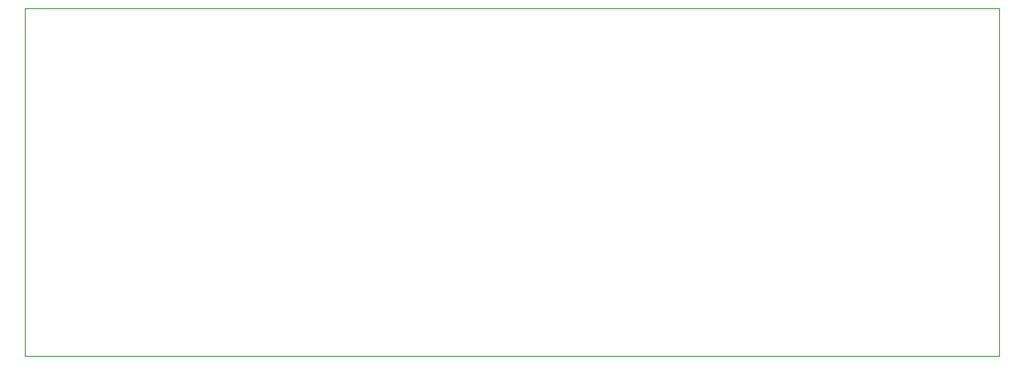
<source format=gm1>
G04 #@! TF.GenerationSoftware,KiCad,Pcbnew,(6.0.9)*
G04 #@! TF.CreationDate,2023-02-20T10:38:46+01:00*
G04 #@! TF.ProjectId,sensorboard,73656e73-6f72-4626-9f61-72642e6b6963,rev?*
G04 #@! TF.SameCoordinates,Original*
G04 #@! TF.FileFunction,Profile,NP*
%FSLAX46Y46*%
G04 Gerber Fmt 4.6, Leading zero omitted, Abs format (unit mm)*
G04 Created by KiCad (PCBNEW (6.0.9)) date 2023-02-20 10:38:46*
%MOMM*%
%LPD*%
G01*
G04 APERTURE LIST*
G04 #@! TA.AperFunction,Profile*
%ADD10C,0.050000*%
G04 #@! TD*
G04 APERTURE END LIST*
D10*
X109220000Y-72390000D02*
X208915000Y-72390000D01*
X208915000Y-72390000D02*
X208915000Y-107950000D01*
X208915000Y-107950000D02*
X109220000Y-107950000D01*
X109220000Y-107950000D02*
X109220000Y-72390000D01*
M02*

</source>
